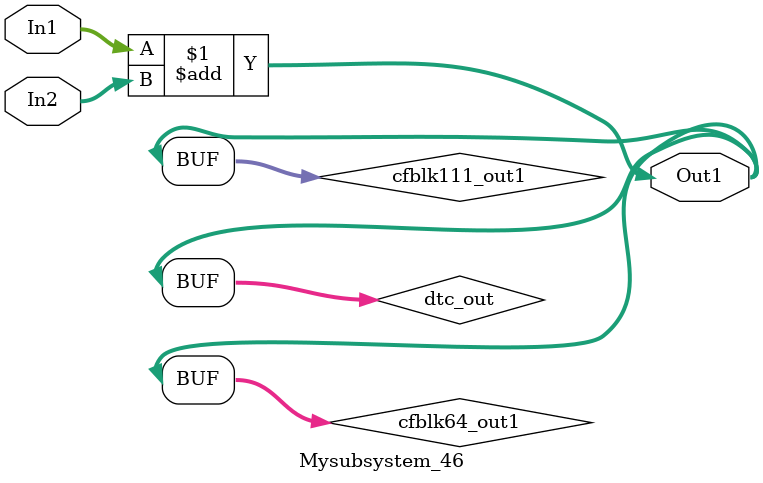
<source format=v>



`timescale 1 ns / 1 ns

module Mysubsystem_46
          (In1,
           In2,
           Out1);


  input   [7:0] In1;  // uint8
  input   [7:0] In2;  // uint8
  output  [7:0] Out1;  // uint8


  wire [7:0] cfblk64_out1;  // uint8
  wire [7:0] dtc_out;  // ufix8
  wire [7:0] cfblk111_out1;  // uint8


  assign cfblk64_out1 = In1 + In2;



  assign dtc_out = cfblk64_out1;



  assign cfblk111_out1 = dtc_out;



  assign Out1 = cfblk111_out1;

endmodule  // Mysubsystem_46


</source>
